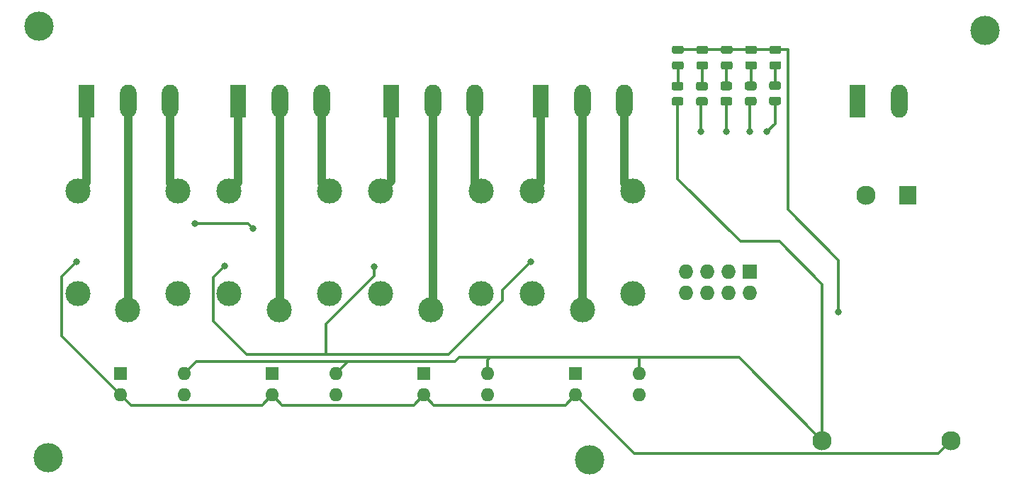
<source format=gbr>
%TF.GenerationSoftware,KiCad,Pcbnew,5.1.9-73d0e3b20d~88~ubuntu20.04.1*%
%TF.CreationDate,2021-10-10T01:19:02+05:30*%
%TF.ProjectId,ESP-Switch,4553502d-5377-4697-9463-682e6b696361,rev?*%
%TF.SameCoordinates,Original*%
%TF.FileFunction,Copper,L1,Top*%
%TF.FilePolarity,Positive*%
%FSLAX46Y46*%
G04 Gerber Fmt 4.6, Leading zero omitted, Abs format (unit mm)*
G04 Created by KiCad (PCBNEW 5.1.9-73d0e3b20d~88~ubuntu20.04.1) date 2021-10-10 01:19:02*
%MOMM*%
%LPD*%
G01*
G04 APERTURE LIST*
%TA.AperFunction,ComponentPad*%
%ADD10C,2.600000*%
%TD*%
%TA.AperFunction,ConnectorPad*%
%ADD11C,3.500000*%
%TD*%
%TA.AperFunction,ComponentPad*%
%ADD12C,3.000000*%
%TD*%
%TA.AperFunction,ComponentPad*%
%ADD13R,1.727200X1.727200*%
%TD*%
%TA.AperFunction,ComponentPad*%
%ADD14O,1.727200X1.727200*%
%TD*%
%TA.AperFunction,ComponentPad*%
%ADD15R,1.980000X3.960000*%
%TD*%
%TA.AperFunction,ComponentPad*%
%ADD16O,1.980000X3.960000*%
%TD*%
%TA.AperFunction,ComponentPad*%
%ADD17C,2.300000*%
%TD*%
%TA.AperFunction,ComponentPad*%
%ADD18R,2.000000X2.300000*%
%TD*%
%TA.AperFunction,ComponentPad*%
%ADD19O,1.600000X1.600000*%
%TD*%
%TA.AperFunction,ComponentPad*%
%ADD20R,1.600000X1.600000*%
%TD*%
%TA.AperFunction,ViaPad*%
%ADD21C,0.800000*%
%TD*%
%TA.AperFunction,Conductor*%
%ADD22C,0.300000*%
%TD*%
%TA.AperFunction,Conductor*%
%ADD23C,1.000000*%
%TD*%
G04 APERTURE END LIST*
D10*
%TO.P,H1,1*%
%TO.N,N/C*%
X107100000Y-79110000D03*
D11*
X107100000Y-79110000D03*
%TD*%
D12*
%TO.P,K2,A1*%
%TO.N,+5V*%
X76050000Y-59180000D03*
%TO.P,K2,14*%
%TO.N,/AC\u005CL2-2*%
X76050000Y-46980000D03*
%TO.P,K2,12*%
%TO.N,/AC\u005CL2-1*%
X64050000Y-46980000D03*
%TO.P,K2,A2*%
%TO.N,Net-(D2-Pad2)*%
X64050000Y-59180000D03*
%TO.P,K2,11*%
%TO.N,/AC\u005CL2-3*%
X70050000Y-61180000D03*
%TD*%
%TO.P,K1,11*%
%TO.N,/AC\u005CL1-3*%
X51950000Y-61180000D03*
%TO.P,K1,A2*%
%TO.N,Net-(D1-Pad2)*%
X45950000Y-59180000D03*
%TO.P,K1,12*%
%TO.N,/AC\u005CL1-1*%
X45950000Y-46980000D03*
%TO.P,K1,14*%
%TO.N,/AC\u005CL1-2*%
X57950000Y-46980000D03*
%TO.P,K1,A1*%
%TO.N,+5V*%
X57950000Y-59180000D03*
%TD*%
D13*
%TO.P,ESP-01,1*%
%TO.N,Out4*%
X126280000Y-56570000D03*
D14*
%TO.P,ESP-01,2*%
%TO.N,GND*%
X126280000Y-59110000D03*
%TO.P,ESP-01,3*%
%TO.N,+3V3*%
X123740000Y-56570000D03*
%TO.P,ESP-01,4*%
%TO.N,Out1*%
X123740000Y-59110000D03*
%TO.P,ESP-01,5*%
%TO.N,N/C*%
X121200000Y-56570000D03*
%TO.P,ESP-01,6*%
%TO.N,Out2*%
X121200000Y-59110000D03*
%TO.P,ESP-01,7*%
%TO.N,+3V3*%
X118660000Y-56570000D03*
%TO.P,ESP-01,8*%
%TO.N,Out3*%
X118660000Y-59110000D03*
%TD*%
D15*
%TO.P,Switch-C1,1*%
%TO.N,/AC\u005CL3-1*%
X83400000Y-36210000D03*
D16*
%TO.P,Switch-C1,2*%
%TO.N,/AC\u005CL3-3*%
X88400000Y-36210000D03*
%TO.P,Switch-C1,3*%
%TO.N,/AC\u005CL3-2*%
X93400000Y-36210000D03*
%TD*%
%TO.P,Switch-A1,3*%
%TO.N,/AC\u005CL1-2*%
X57005000Y-36210000D03*
%TO.P,Switch-A1,2*%
%TO.N,/AC\u005CL1-3*%
X52005000Y-36210000D03*
D15*
%TO.P,Switch-A1,1*%
%TO.N,/AC\u005CL1-1*%
X47005000Y-36210000D03*
%TD*%
D10*
%TO.P,H4,1*%
%TO.N,N/C*%
X42420000Y-78900000D03*
D11*
X42420000Y-78900000D03*
%TD*%
D10*
%TO.P,H3,1*%
%TO.N,N/C*%
X41340000Y-27200000D03*
D11*
X41340000Y-27200000D03*
%TD*%
%TO.P,H1,1*%
%TO.N,N/C*%
X154340000Y-27760000D03*
D10*
X154340000Y-27760000D03*
%TD*%
D12*
%TO.P,K3,A1*%
%TO.N,+5V*%
X94150000Y-59180000D03*
%TO.P,K3,14*%
%TO.N,/AC\u005CL3-2*%
X94150000Y-46980000D03*
%TO.P,K3,12*%
%TO.N,/AC\u005CL3-1*%
X82150000Y-46980000D03*
%TO.P,K3,A2*%
%TO.N,Net-(D3-Pad2)*%
X82150000Y-59180000D03*
%TO.P,K3,11*%
%TO.N,/AC\u005CL3-3*%
X88150000Y-61180000D03*
%TD*%
%TO.P,K4,11*%
%TO.N,/AC\u005CL4-3*%
X106250000Y-61180000D03*
%TO.P,K4,A2*%
%TO.N,Net-(D4-Pad2)*%
X100250000Y-59180000D03*
%TO.P,K4,12*%
%TO.N,/AC\u005CL4-1*%
X100250000Y-46980000D03*
%TO.P,K4,14*%
%TO.N,/AC\u005CL4-2*%
X112250000Y-46980000D03*
%TO.P,K4,A1*%
%TO.N,+5V*%
X112250000Y-59180000D03*
%TD*%
D17*
%TO.P,Power Supply,3*%
%TO.N,GND*%
X150320000Y-76830000D03*
D18*
%TO.P,Power Supply,1*%
%TO.N,/AC_P*%
X145120000Y-47430000D03*
D17*
%TO.P,Power Supply,2*%
%TO.N,/AC_N*%
X140120000Y-47430000D03*
%TO.P,Power Supply,4*%
%TO.N,+5V*%
X134920000Y-76830000D03*
%TD*%
D19*
%TO.P,OP1,4*%
%TO.N,+5V*%
X58720000Y-68820000D03*
%TO.P,OP1,2*%
%TO.N,GND*%
X51100000Y-71360000D03*
%TO.P,OP1,3*%
%TO.N,Net-(OP1-Pad3)*%
X58720000Y-71360000D03*
D20*
%TO.P,OP1,1*%
%TO.N,Net-(OP1-Pad1)*%
X51100000Y-68820000D03*
%TD*%
D19*
%TO.P,OP2,4*%
%TO.N,+5V*%
X76820000Y-68820000D03*
%TO.P,OP2,2*%
%TO.N,GND*%
X69200000Y-71360000D03*
%TO.P,OP2,3*%
%TO.N,Net-(OP2-Pad3)*%
X76820000Y-71360000D03*
D20*
%TO.P,OP2,1*%
%TO.N,Net-(OP2-Pad1)*%
X69200000Y-68820000D03*
%TD*%
%TO.P,OP3,1*%
%TO.N,Net-(OP3-Pad1)*%
X87300000Y-68820000D03*
D19*
%TO.P,OP3,3*%
%TO.N,Net-(OP3-Pad3)*%
X94920000Y-71360000D03*
%TO.P,OP3,2*%
%TO.N,GND*%
X87300000Y-71360000D03*
%TO.P,OP3,4*%
%TO.N,+5V*%
X94920000Y-68820000D03*
%TD*%
D20*
%TO.P,OP4,1*%
%TO.N,Net-(OP4-Pad1)*%
X105400000Y-68820000D03*
D19*
%TO.P,OP4,3*%
%TO.N,Net-(OP4-Pad3)*%
X113020000Y-71360000D03*
%TO.P,OP4,2*%
%TO.N,GND*%
X105400000Y-71360000D03*
%TO.P,OP4,4*%
%TO.N,+5V*%
X113020000Y-68820000D03*
%TD*%
D15*
%TO.P,Mains,1*%
%TO.N,/AC_N*%
X139110000Y-36200000D03*
D16*
%TO.P,Mains,2*%
%TO.N,/AC_P*%
X144110000Y-36200000D03*
%TD*%
%TO.P,Switch-B1,3*%
%TO.N,/AC\u005CL2-2*%
X75100000Y-36210000D03*
%TO.P,Switch-B1,2*%
%TO.N,/AC\u005CL2-3*%
X70100000Y-36210000D03*
D15*
%TO.P,Switch-B1,1*%
%TO.N,/AC\u005CL2-1*%
X65100000Y-36210000D03*
%TD*%
%TO.P,Switch-D1,1*%
%TO.N,/AC\u005CL4-1*%
X101300000Y-36210000D03*
D16*
%TO.P,Switch-D1,2*%
%TO.N,/AC\u005CL4-3*%
X106300000Y-36210000D03*
%TO.P,Switch-D1,3*%
%TO.N,/AC\u005CL4-2*%
X111300000Y-36210000D03*
%TD*%
%TO.P,A,1*%
%TO.N,GND*%
%TA.AperFunction,SMDPad,CuDef*%
G36*
G01*
X120126250Y-29545000D02*
X121038750Y-29545000D01*
G75*
G02*
X121282500Y-29788750I0J-243750D01*
G01*
X121282500Y-30276250D01*
G75*
G02*
X121038750Y-30520000I-243750J0D01*
G01*
X120126250Y-30520000D01*
G75*
G02*
X119882500Y-30276250I0J243750D01*
G01*
X119882500Y-29788750D01*
G75*
G02*
X120126250Y-29545000I243750J0D01*
G01*
G37*
%TD.AperFunction*%
%TO.P,A,2*%
%TO.N,Net-(LED1-Pad2)*%
%TA.AperFunction,SMDPad,CuDef*%
G36*
G01*
X120126250Y-31420000D02*
X121038750Y-31420000D01*
G75*
G02*
X121282500Y-31663750I0J-243750D01*
G01*
X121282500Y-32151250D01*
G75*
G02*
X121038750Y-32395000I-243750J0D01*
G01*
X120126250Y-32395000D01*
G75*
G02*
X119882500Y-32151250I0J243750D01*
G01*
X119882500Y-31663750D01*
G75*
G02*
X120126250Y-31420000I243750J0D01*
G01*
G37*
%TD.AperFunction*%
%TD*%
%TO.P,B,2*%
%TO.N,Net-(LED2-Pad2)*%
%TA.AperFunction,SMDPad,CuDef*%
G36*
G01*
X123038750Y-31420000D02*
X123951250Y-31420000D01*
G75*
G02*
X124195000Y-31663750I0J-243750D01*
G01*
X124195000Y-32151250D01*
G75*
G02*
X123951250Y-32395000I-243750J0D01*
G01*
X123038750Y-32395000D01*
G75*
G02*
X122795000Y-32151250I0J243750D01*
G01*
X122795000Y-31663750D01*
G75*
G02*
X123038750Y-31420000I243750J0D01*
G01*
G37*
%TD.AperFunction*%
%TO.P,B,1*%
%TO.N,GND*%
%TA.AperFunction,SMDPad,CuDef*%
G36*
G01*
X123038750Y-29545000D02*
X123951250Y-29545000D01*
G75*
G02*
X124195000Y-29788750I0J-243750D01*
G01*
X124195000Y-30276250D01*
G75*
G02*
X123951250Y-30520000I-243750J0D01*
G01*
X123038750Y-30520000D01*
G75*
G02*
X122795000Y-30276250I0J243750D01*
G01*
X122795000Y-29788750D01*
G75*
G02*
X123038750Y-29545000I243750J0D01*
G01*
G37*
%TD.AperFunction*%
%TD*%
%TO.P,C,1*%
%TO.N,GND*%
%TA.AperFunction,SMDPad,CuDef*%
G36*
G01*
X125951250Y-29545000D02*
X126863750Y-29545000D01*
G75*
G02*
X127107500Y-29788750I0J-243750D01*
G01*
X127107500Y-30276250D01*
G75*
G02*
X126863750Y-30520000I-243750J0D01*
G01*
X125951250Y-30520000D01*
G75*
G02*
X125707500Y-30276250I0J243750D01*
G01*
X125707500Y-29788750D01*
G75*
G02*
X125951250Y-29545000I243750J0D01*
G01*
G37*
%TD.AperFunction*%
%TO.P,C,2*%
%TO.N,Net-(LED3-Pad2)*%
%TA.AperFunction,SMDPad,CuDef*%
G36*
G01*
X125951250Y-31420000D02*
X126863750Y-31420000D01*
G75*
G02*
X127107500Y-31663750I0J-243750D01*
G01*
X127107500Y-32151250D01*
G75*
G02*
X126863750Y-32395000I-243750J0D01*
G01*
X125951250Y-32395000D01*
G75*
G02*
X125707500Y-32151250I0J243750D01*
G01*
X125707500Y-31663750D01*
G75*
G02*
X125951250Y-31420000I243750J0D01*
G01*
G37*
%TD.AperFunction*%
%TD*%
%TO.P,D,2*%
%TO.N,Net-(LED4-Pad2)*%
%TA.AperFunction,SMDPad,CuDef*%
G36*
G01*
X128863750Y-31420000D02*
X129776250Y-31420000D01*
G75*
G02*
X130020000Y-31663750I0J-243750D01*
G01*
X130020000Y-32151250D01*
G75*
G02*
X129776250Y-32395000I-243750J0D01*
G01*
X128863750Y-32395000D01*
G75*
G02*
X128620000Y-32151250I0J243750D01*
G01*
X128620000Y-31663750D01*
G75*
G02*
X128863750Y-31420000I243750J0D01*
G01*
G37*
%TD.AperFunction*%
%TO.P,D,1*%
%TO.N,GND*%
%TA.AperFunction,SMDPad,CuDef*%
G36*
G01*
X128863750Y-29545000D02*
X129776250Y-29545000D01*
G75*
G02*
X130020000Y-29788750I0J-243750D01*
G01*
X130020000Y-30276250D01*
G75*
G02*
X129776250Y-30520000I-243750J0D01*
G01*
X128863750Y-30520000D01*
G75*
G02*
X128620000Y-30276250I0J243750D01*
G01*
X128620000Y-29788750D01*
G75*
G02*
X128863750Y-29545000I243750J0D01*
G01*
G37*
%TD.AperFunction*%
%TD*%
%TO.P,ON,1*%
%TO.N,GND*%
%TA.AperFunction,SMDPad,CuDef*%
G36*
G01*
X117213750Y-29545000D02*
X118126250Y-29545000D01*
G75*
G02*
X118370000Y-29788750I0J-243750D01*
G01*
X118370000Y-30276250D01*
G75*
G02*
X118126250Y-30520000I-243750J0D01*
G01*
X117213750Y-30520000D01*
G75*
G02*
X116970000Y-30276250I0J243750D01*
G01*
X116970000Y-29788750D01*
G75*
G02*
X117213750Y-29545000I243750J0D01*
G01*
G37*
%TD.AperFunction*%
%TO.P,ON,2*%
%TO.N,Net-(PR_1-Pad2)*%
%TA.AperFunction,SMDPad,CuDef*%
G36*
G01*
X117213750Y-31420000D02*
X118126250Y-31420000D01*
G75*
G02*
X118370000Y-31663750I0J-243750D01*
G01*
X118370000Y-32151250D01*
G75*
G02*
X118126250Y-32395000I-243750J0D01*
G01*
X117213750Y-32395000D01*
G75*
G02*
X116970000Y-32151250I0J243750D01*
G01*
X116970000Y-31663750D01*
G75*
G02*
X117213750Y-31420000I243750J0D01*
G01*
G37*
%TD.AperFunction*%
%TD*%
%TO.P,PR_1,1*%
%TO.N,+5V*%
%TA.AperFunction,SMDPad,CuDef*%
G36*
G01*
X118075001Y-36725000D02*
X117174999Y-36725000D01*
G75*
G02*
X116925000Y-36475001I0J249999D01*
G01*
X116925000Y-35949999D01*
G75*
G02*
X117174999Y-35700000I249999J0D01*
G01*
X118075001Y-35700000D01*
G75*
G02*
X118325000Y-35949999I0J-249999D01*
G01*
X118325000Y-36475001D01*
G75*
G02*
X118075001Y-36725000I-249999J0D01*
G01*
G37*
%TD.AperFunction*%
%TO.P,PR_1,2*%
%TO.N,Net-(PR_1-Pad2)*%
%TA.AperFunction,SMDPad,CuDef*%
G36*
G01*
X118075001Y-34900000D02*
X117174999Y-34900000D01*
G75*
G02*
X116925000Y-34650001I0J249999D01*
G01*
X116925000Y-34124999D01*
G75*
G02*
X117174999Y-33875000I249999J0D01*
G01*
X118075001Y-33875000D01*
G75*
G02*
X118325000Y-34124999I0J-249999D01*
G01*
X118325000Y-34650001D01*
G75*
G02*
X118075001Y-34900000I-249999J0D01*
G01*
G37*
%TD.AperFunction*%
%TD*%
%TO.P,R_LED_1,1*%
%TO.N,Net-(D1-Pad2)*%
%TA.AperFunction,SMDPad,CuDef*%
G36*
G01*
X120987501Y-36735000D02*
X120087499Y-36735000D01*
G75*
G02*
X119837500Y-36485001I0J249999D01*
G01*
X119837500Y-35959999D01*
G75*
G02*
X120087499Y-35710000I249999J0D01*
G01*
X120987501Y-35710000D01*
G75*
G02*
X121237500Y-35959999I0J-249999D01*
G01*
X121237500Y-36485001D01*
G75*
G02*
X120987501Y-36735000I-249999J0D01*
G01*
G37*
%TD.AperFunction*%
%TO.P,R_LED_1,2*%
%TO.N,Net-(LED1-Pad2)*%
%TA.AperFunction,SMDPad,CuDef*%
G36*
G01*
X120987501Y-34910000D02*
X120087499Y-34910000D01*
G75*
G02*
X119837500Y-34660001I0J249999D01*
G01*
X119837500Y-34134999D01*
G75*
G02*
X120087499Y-33885000I249999J0D01*
G01*
X120987501Y-33885000D01*
G75*
G02*
X121237500Y-34134999I0J-249999D01*
G01*
X121237500Y-34660001D01*
G75*
G02*
X120987501Y-34910000I-249999J0D01*
G01*
G37*
%TD.AperFunction*%
%TD*%
%TO.P,R_LED_2,2*%
%TO.N,Net-(LED2-Pad2)*%
%TA.AperFunction,SMDPad,CuDef*%
G36*
G01*
X123900001Y-34880000D02*
X122999999Y-34880000D01*
G75*
G02*
X122750000Y-34630001I0J249999D01*
G01*
X122750000Y-34104999D01*
G75*
G02*
X122999999Y-33855000I249999J0D01*
G01*
X123900001Y-33855000D01*
G75*
G02*
X124150000Y-34104999I0J-249999D01*
G01*
X124150000Y-34630001D01*
G75*
G02*
X123900001Y-34880000I-249999J0D01*
G01*
G37*
%TD.AperFunction*%
%TO.P,R_LED_2,1*%
%TO.N,Net-(D2-Pad2)*%
%TA.AperFunction,SMDPad,CuDef*%
G36*
G01*
X123900001Y-36705000D02*
X122999999Y-36705000D01*
G75*
G02*
X122750000Y-36455001I0J249999D01*
G01*
X122750000Y-35929999D01*
G75*
G02*
X122999999Y-35680000I249999J0D01*
G01*
X123900001Y-35680000D01*
G75*
G02*
X124150000Y-35929999I0J-249999D01*
G01*
X124150000Y-36455001D01*
G75*
G02*
X123900001Y-36705000I-249999J0D01*
G01*
G37*
%TD.AperFunction*%
%TD*%
%TO.P,R_LED_3,2*%
%TO.N,Net-(LED3-Pad2)*%
%TA.AperFunction,SMDPad,CuDef*%
G36*
G01*
X126812501Y-34880000D02*
X125912499Y-34880000D01*
G75*
G02*
X125662500Y-34630001I0J249999D01*
G01*
X125662500Y-34104999D01*
G75*
G02*
X125912499Y-33855000I249999J0D01*
G01*
X126812501Y-33855000D01*
G75*
G02*
X127062500Y-34104999I0J-249999D01*
G01*
X127062500Y-34630001D01*
G75*
G02*
X126812501Y-34880000I-249999J0D01*
G01*
G37*
%TD.AperFunction*%
%TO.P,R_LED_3,1*%
%TO.N,Net-(D3-Pad2)*%
%TA.AperFunction,SMDPad,CuDef*%
G36*
G01*
X126812501Y-36705000D02*
X125912499Y-36705000D01*
G75*
G02*
X125662500Y-36455001I0J249999D01*
G01*
X125662500Y-35929999D01*
G75*
G02*
X125912499Y-35680000I249999J0D01*
G01*
X126812501Y-35680000D01*
G75*
G02*
X127062500Y-35929999I0J-249999D01*
G01*
X127062500Y-36455001D01*
G75*
G02*
X126812501Y-36705000I-249999J0D01*
G01*
G37*
%TD.AperFunction*%
%TD*%
%TO.P,R_LED_4,1*%
%TO.N,Net-(D4-Pad2)*%
%TA.AperFunction,SMDPad,CuDef*%
G36*
G01*
X129725001Y-36665000D02*
X128824999Y-36665000D01*
G75*
G02*
X128575000Y-36415001I0J249999D01*
G01*
X128575000Y-35889999D01*
G75*
G02*
X128824999Y-35640000I249999J0D01*
G01*
X129725001Y-35640000D01*
G75*
G02*
X129975000Y-35889999I0J-249999D01*
G01*
X129975000Y-36415001D01*
G75*
G02*
X129725001Y-36665000I-249999J0D01*
G01*
G37*
%TD.AperFunction*%
%TO.P,R_LED_4,2*%
%TO.N,Net-(LED4-Pad2)*%
%TA.AperFunction,SMDPad,CuDef*%
G36*
G01*
X129725001Y-34840000D02*
X128824999Y-34840000D01*
G75*
G02*
X128575000Y-34590001I0J249999D01*
G01*
X128575000Y-34064999D01*
G75*
G02*
X128824999Y-33815000I249999J0D01*
G01*
X129725001Y-33815000D01*
G75*
G02*
X129975000Y-34064999I0J-249999D01*
G01*
X129975000Y-34590001D01*
G75*
G02*
X129725001Y-34840000I-249999J0D01*
G01*
G37*
%TD.AperFunction*%
%TD*%
D21*
%TO.N,Net-(D1-Pad2)*%
X120400000Y-39840000D03*
%TO.N,Net-(D2-Pad2)*%
X123430000Y-39800000D03*
%TO.N,Net-(D3-Pad2)*%
X126230000Y-39820000D03*
%TO.N,Net-(D4-Pad2)*%
X128280000Y-39860000D03*
%TO.N,GND*%
X45815805Y-55411904D03*
X63530000Y-55880000D03*
X81420000Y-55990000D03*
X100087009Y-55434569D03*
X136870000Y-61380000D03*
X59990000Y-50820000D03*
X66880000Y-51390000D03*
%TD*%
D22*
%TO.N,+5V*%
X124960000Y-66870000D02*
X134920000Y-76830000D01*
X113020000Y-68820000D02*
X113020000Y-66870000D01*
X113020000Y-66870000D02*
X124960000Y-66870000D01*
X94920000Y-67160000D02*
X95210000Y-66870000D01*
X94920000Y-68820000D02*
X94920000Y-67160000D01*
X95210000Y-66870000D02*
X113020000Y-66870000D01*
X117625000Y-45467798D02*
X125147202Y-52990000D01*
X117625000Y-36212500D02*
X117625000Y-45467798D01*
X125147202Y-52990000D02*
X129830000Y-52990000D01*
X134920000Y-58080000D02*
X134920000Y-76830000D01*
X129830000Y-52990000D02*
X134920000Y-58080000D01*
X91507832Y-66870000D02*
X95210000Y-66870000D01*
X91007821Y-67370011D02*
X91507832Y-66870000D01*
X78269989Y-67370011D02*
X76820000Y-68820000D01*
X78429989Y-67370011D02*
X78269989Y-67370011D01*
X78429989Y-67370011D02*
X91007821Y-67370011D01*
X60169989Y-67370011D02*
X58720000Y-68820000D01*
X77592178Y-67370011D02*
X78099989Y-67370011D01*
X78099989Y-67370011D02*
X60169989Y-67370011D01*
X78099989Y-67370011D02*
X78429989Y-67370011D01*
%TO.N,Net-(D1-Pad2)*%
X120400000Y-36360000D02*
X120537500Y-36222500D01*
X120400000Y-39840000D02*
X120400000Y-36360000D01*
%TO.N,Net-(D2-Pad2)*%
X123430000Y-36212500D02*
X123450000Y-36192500D01*
X123430000Y-39800000D02*
X123430000Y-36212500D01*
%TO.N,Net-(D3-Pad2)*%
X126230000Y-36325000D02*
X126362500Y-36192500D01*
X126230000Y-39820000D02*
X126230000Y-36325000D01*
%TO.N,Net-(D4-Pad2)*%
X129275000Y-38865000D02*
X129275000Y-36152500D01*
X128280000Y-39860000D02*
X129275000Y-38865000D01*
%TO.N,GND*%
X67999999Y-72560001D02*
X69200000Y-71360000D01*
X52300001Y-72560001D02*
X67999999Y-72560001D01*
X51100000Y-71360000D02*
X52300001Y-72560001D01*
X86099999Y-72560001D02*
X87300000Y-71360000D01*
X70400001Y-72560001D02*
X86099999Y-72560001D01*
X69200000Y-71360000D02*
X70400001Y-72560001D01*
X104199999Y-72560001D02*
X105400000Y-71360000D01*
X88500001Y-72560001D02*
X104199999Y-72560001D01*
X87300000Y-71360000D02*
X88500001Y-72560001D01*
X148769999Y-78380001D02*
X150320000Y-76830000D01*
X112420001Y-78380001D02*
X148769999Y-78380001D01*
X105400000Y-71360000D02*
X112420001Y-78380001D01*
X51100000Y-71360000D02*
X44049999Y-64309999D01*
X44049999Y-57177710D02*
X44049999Y-58539999D01*
X45815805Y-55411904D02*
X44049999Y-57177710D01*
X44049999Y-58539999D02*
X44049999Y-58270001D01*
X44049999Y-64309999D02*
X44049999Y-58539999D01*
X62149999Y-57260001D02*
X62149999Y-62489999D01*
X63530000Y-55880000D02*
X62149999Y-57260001D01*
X66175010Y-66515010D02*
X75644990Y-66515010D01*
X62149999Y-62489999D02*
X66175010Y-66515010D01*
X81420000Y-57097998D02*
X81420000Y-55990000D01*
X75644990Y-62873008D02*
X81420000Y-57097998D01*
X75644990Y-66515010D02*
X75644990Y-62873008D01*
X78194990Y-66525010D02*
X90256044Y-66525010D01*
X78184990Y-66515010D02*
X78194990Y-66525010D01*
X75644990Y-66515010D02*
X78184990Y-66515010D01*
X90256044Y-66525010D02*
X96740000Y-60041054D01*
X96740000Y-58781578D02*
X100087009Y-55434569D01*
X96740000Y-60041054D02*
X96740000Y-58781578D01*
X117670000Y-30032500D02*
X120582500Y-30032500D01*
X120582500Y-30032500D02*
X123495000Y-30032500D01*
X123495000Y-30032500D02*
X126407500Y-30032500D01*
X126407500Y-30032500D02*
X129320000Y-30032500D01*
X129320000Y-30032500D02*
X130812500Y-30032500D01*
X136870000Y-55211054D02*
X136870000Y-61380000D01*
X130812500Y-49153554D02*
X136870000Y-55211054D01*
X130812500Y-30032500D02*
X130812500Y-49153554D01*
X66310000Y-50820000D02*
X66880000Y-51390000D01*
X59990000Y-50820000D02*
X66310000Y-50820000D01*
D23*
%TO.N,/AC\u005CL1-3*%
X52005000Y-61125000D02*
X51950000Y-61180000D01*
X52005000Y-36210000D02*
X52005000Y-61125000D01*
%TO.N,/AC\u005CL1-2*%
X57005000Y-46035000D02*
X57950000Y-46980000D01*
X57005000Y-36210000D02*
X57005000Y-46035000D01*
%TO.N,/AC\u005CL1-1*%
X47005000Y-45925000D02*
X45950000Y-46980000D01*
X47005000Y-36210000D02*
X47005000Y-45925000D01*
%TO.N,/AC\u005CL2-3*%
X70100000Y-61130000D02*
X70050000Y-61180000D01*
X70100000Y-36210000D02*
X70100000Y-61130000D01*
%TO.N,/AC\u005CL2-2*%
X75100000Y-46030000D02*
X76050000Y-46980000D01*
X75100000Y-36210000D02*
X75100000Y-46030000D01*
%TO.N,/AC\u005CL2-1*%
X65100000Y-45930000D02*
X64050000Y-46980000D01*
X65100000Y-36210000D02*
X65100000Y-45930000D01*
%TO.N,/AC\u005CL3-1*%
X83400000Y-45730000D02*
X82150000Y-46980000D01*
X83400000Y-36210000D02*
X83400000Y-45730000D01*
%TO.N,/AC\u005CL3-2*%
X93400000Y-46230000D02*
X94150000Y-46980000D01*
X93400000Y-36210000D02*
X93400000Y-46230000D01*
%TO.N,/AC\u005CL3-3*%
X88400000Y-60930000D02*
X88150000Y-61180000D01*
X88400000Y-36210000D02*
X88400000Y-60930000D01*
%TO.N,/AC\u005CL4-1*%
X101300000Y-45930000D02*
X100250000Y-46980000D01*
X101300000Y-36210000D02*
X101300000Y-45930000D01*
%TO.N,/AC\u005CL4-2*%
X111300000Y-46030000D02*
X112250000Y-46980000D01*
X111300000Y-36210000D02*
X111300000Y-46030000D01*
%TO.N,/AC\u005CL4-3*%
X106300000Y-61130000D02*
X106250000Y-61180000D01*
X106300000Y-36210000D02*
X106300000Y-61130000D01*
D22*
%TO.N,Net-(LED1-Pad2)*%
X120582500Y-34352500D02*
X120537500Y-34397500D01*
X120582500Y-31907500D02*
X120582500Y-34352500D01*
%TO.N,Net-(LED2-Pad2)*%
X123495000Y-34322500D02*
X123450000Y-34367500D01*
X123495000Y-31907500D02*
X123495000Y-34322500D01*
%TO.N,Net-(LED3-Pad2)*%
X126407500Y-34322500D02*
X126362500Y-34367500D01*
X126407500Y-31907500D02*
X126407500Y-34322500D01*
%TO.N,Net-(LED4-Pad2)*%
X129320000Y-34282500D02*
X129275000Y-34327500D01*
X129320000Y-31907500D02*
X129320000Y-34282500D01*
%TO.N,Net-(PR_1-Pad2)*%
X117670000Y-34342500D02*
X117625000Y-34387500D01*
X117670000Y-31907500D02*
X117670000Y-34342500D01*
%TD*%
M02*

</source>
